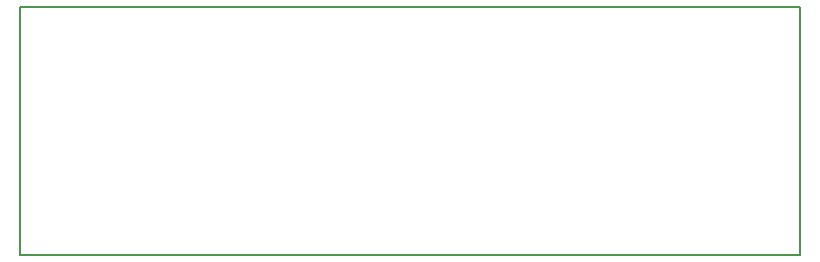
<source format=gm1>
G04 #@! TF.GenerationSoftware,KiCad,Pcbnew,(5.0.0-rc2-178-g3c7b91b96)*
G04 #@! TF.CreationDate,2018-08-09T18:01:17+02:00*
G04 #@! TF.ProjectId,pcb3,706362332E6B696361645F7063620000,rev?*
G04 #@! TF.SameCoordinates,Original*
G04 #@! TF.FileFunction,Profile,NP*
%FSLAX46Y46*%
G04 Gerber Fmt 4.6, Leading zero omitted, Abs format (unit mm)*
G04 Created by KiCad (PCBNEW (5.0.0-rc2-178-g3c7b91b96)) date 08/09/18 18:01:17*
%MOMM*%
%LPD*%
G01*
G04 APERTURE LIST*
%ADD10C,0.150000*%
G04 APERTURE END LIST*
D10*
X173000000Y-63000000D02*
X173000000Y-84000000D01*
X107000000Y-84000000D02*
X107000000Y-63000000D01*
X173000000Y-84000000D02*
X107000000Y-84000000D01*
X107000000Y-63000000D02*
X173000000Y-63000000D01*
M02*

</source>
